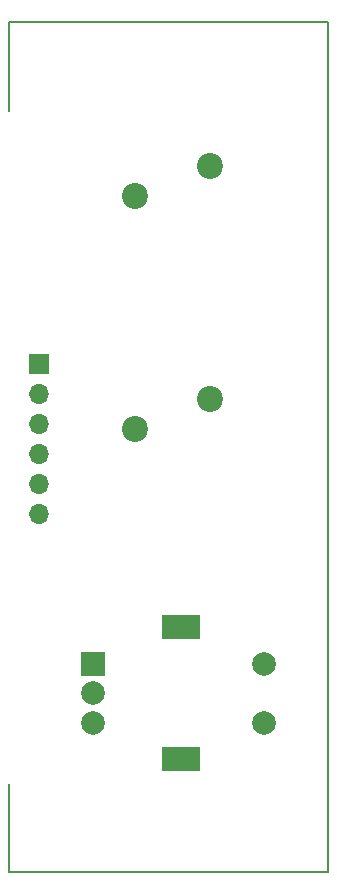
<source format=gbr>
%TF.GenerationSoftware,KiCad,Pcbnew,9.0.0*%
%TF.CreationDate,2025-06-13T23:26:38+05:30*%
%TF.ProjectId,MP3Player,4d503350-6c61-4796-9572-2e6b69636164,rev?*%
%TF.SameCoordinates,Original*%
%TF.FileFunction,Copper,L2,Bot*%
%TF.FilePolarity,Positive*%
%FSLAX46Y46*%
G04 Gerber Fmt 4.6, Leading zero omitted, Abs format (unit mm)*
G04 Created by KiCad (PCBNEW 9.0.0) date 2025-06-13 23:26:38*
%MOMM*%
%LPD*%
G01*
G04 APERTURE LIST*
%TA.AperFunction,NonConductor*%
%ADD10C,0.200000*%
%TD*%
%TA.AperFunction,ComponentPad*%
%ADD11R,1.700000X1.700000*%
%TD*%
%TA.AperFunction,ComponentPad*%
%ADD12O,1.700000X1.700000*%
%TD*%
%TA.AperFunction,ComponentPad*%
%ADD13R,2.000000X2.000000*%
%TD*%
%TA.AperFunction,ComponentPad*%
%ADD14C,2.000000*%
%TD*%
%TA.AperFunction,ComponentPad*%
%ADD15R,3.200000X2.000000*%
%TD*%
%TA.AperFunction,ComponentPad*%
%ADD16C,2.200000*%
%TD*%
G04 APERTURE END LIST*
D10*
X147500000Y-77000000D02*
X147500000Y-83000000D01*
X174500000Y-76000000D02*
X174500000Y-75500000D01*
X174500000Y-147500000D02*
X174500000Y-77000000D01*
X174500000Y-77000000D02*
X174500000Y-76000000D01*
X174500000Y-75500000D02*
X147500000Y-75500000D01*
X147500000Y-140000000D02*
X147500000Y-147500000D01*
X147500000Y-147500000D02*
X174500000Y-147500000D01*
X147500000Y-77000000D02*
X147500000Y-75500000D01*
D11*
%TO.P,J1,1,Pin_1*%
%TO.N,Net-(J1-Pin_1)*%
X150000000Y-104420000D03*
D12*
%TO.P,J1,2,Pin_2*%
%TO.N,Net-(J1-Pin_2)*%
X150000000Y-106960000D03*
%TO.P,J1,3,Pin_3*%
%TO.N,Net-(J1-Pin_3)*%
X150000000Y-109500000D03*
%TO.P,J1,4,Pin_4*%
%TO.N,Net-(J1-Pin_4)*%
X150000000Y-112040000D03*
%TO.P,J1,5,Pin_5*%
%TO.N,Net-(J1-Pin_5)*%
X150000000Y-114580000D03*
%TO.P,J1,6,Pin_6*%
%TO.N,Net-(J1-Pin_6)*%
X150000000Y-117120000D03*
%TD*%
D13*
%TO.P,SW1,A,A*%
%TO.N,Net-(J1-Pin_4)*%
X154580000Y-129825000D03*
D14*
%TO.P,SW1,B,B*%
%TO.N,Net-(J1-Pin_5)*%
X154580000Y-134825000D03*
%TO.P,SW1,C,C*%
%TO.N,Net-(J1-Pin_6)*%
X154580000Y-132325000D03*
D15*
%TO.P,SW1,MP*%
%TO.N,N/C*%
X162080000Y-126725000D03*
X162080000Y-137925000D03*
D14*
%TO.P,SW1,S1,S1*%
%TO.N,Net-(J1-Pin_1)*%
X169080000Y-134825000D03*
%TO.P,SW1,S2,S2*%
%TO.N,Net-(J1-Pin_6)*%
X169080000Y-129825000D03*
%TD*%
D16*
%TO.P,SW2,2,2*%
%TO.N,Net-(J1-Pin_6)*%
X158110000Y-90215000D03*
%TO.P,SW2,1,1*%
%TO.N,Net-(J1-Pin_2)*%
X164460000Y-87675000D03*
%TD*%
%TO.P,SW3,1,1*%
%TO.N,Net-(J1-Pin_3)*%
X164540000Y-107420000D03*
%TO.P,SW3,2,2*%
%TO.N,Net-(J1-Pin_6)*%
X158190000Y-109960000D03*
%TD*%
M02*

</source>
